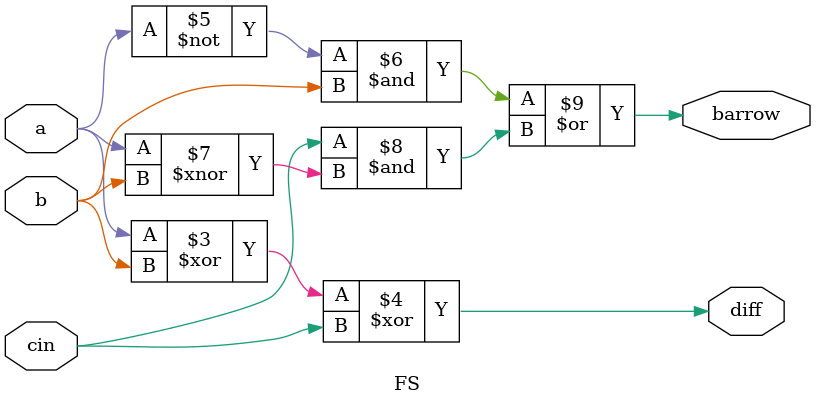
<source format=v>
module FS(a,b,cin,diff,barrow);
     input a,b,cin;
     output diff,barrow;

     //date flow
     assign diff=a^b^cin;
     assign barrow=~a&b|cin&(a~^b);
 endmodule

   //testebench
   module FS_tb();
       reg a,b,cin;
       wire diff,barrow;

       //instantiation
       FS F2(a,b,cin,diff,barrow);

       initial
       repeat(8)
       begin
          a=$random;b=$random;cin=$random;#10;
        end
        initial
        $monitor("a=%b b=%b cin=%b diff=%b barrow=%b Time=%t",a,b,cin,diff,barrow,$time);
      endmodule


</source>
